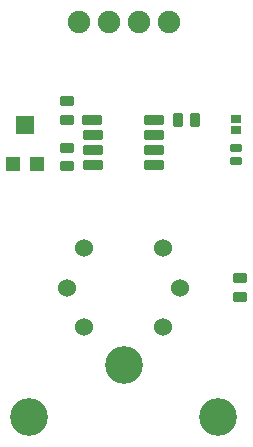
<source format=gbr>
%TF.GenerationSoftware,KiCad,Pcbnew,(5.99.0-11441-g1a5e63bcab)*%
%TF.CreationDate,2021-07-19T16:29:47+02:00*%
%TF.ProjectId,MQ Breakout,4d512042-7265-4616-9b6f-75742e6b6963,rev?*%
%TF.SameCoordinates,Original*%
%TF.FileFunction,Soldermask,Top*%
%TF.FilePolarity,Negative*%
%FSLAX46Y46*%
G04 Gerber Fmt 4.6, Leading zero omitted, Abs format (unit mm)*
G04 Created by KiCad (PCBNEW (5.99.0-11441-g1a5e63bcab)) date 2021-07-19 16:29:47*
%MOMM*%
%LPD*%
G01*
G04 APERTURE LIST*
G04 Aperture macros list*
%AMRoundRect*
0 Rectangle with rounded corners*
0 $1 Rounding radius*
0 $2 $3 $4 $5 $6 $7 $8 $9 X,Y pos of 4 corners*
0 Add a 4 corners polygon primitive as box body*
4,1,4,$2,$3,$4,$5,$6,$7,$8,$9,$2,$3,0*
0 Add four circle primitives for the rounded corners*
1,1,$1+$1,$2,$3*
1,1,$1+$1,$4,$5*
1,1,$1+$1,$6,$7*
1,1,$1+$1,$8,$9*
0 Add four rect primitives between the rounded corners*
20,1,$1+$1,$2,$3,$4,$5,0*
20,1,$1+$1,$4,$5,$6,$7,0*
20,1,$1+$1,$6,$7,$8,$9,0*
20,1,$1+$1,$8,$9,$2,$3,0*%
G04 Aperture macros list end*
%ADD10RoundRect,0.100000X0.500000X0.320000X-0.500000X0.320000X-0.500000X-0.320000X0.500000X-0.320000X0*%
%ADD11C,1.524000*%
%ADD12RoundRect,0.100000X-0.375000X-0.225000X0.375000X-0.225000X0.375000X0.225000X-0.375000X0.225000X0*%
%ADD13C,3.200000*%
%ADD14R,1.200000X1.200000*%
%ADD15R,1.600000X1.500000*%
%ADD16RoundRect,0.100000X0.500000X-0.330000X0.500000X0.330000X-0.500000X0.330000X-0.500000X-0.330000X0*%
%ADD17RoundRect,0.100000X-0.320000X-0.270000X0.320000X-0.270000X0.320000X0.270000X-0.320000X0.270000X0*%
%ADD18RoundRect,0.100000X0.330000X0.500000X-0.330000X0.500000X-0.330000X-0.500000X0.330000X-0.500000X0*%
%ADD19C,1.900000*%
%ADD20RoundRect,0.100000X-0.775000X-0.300000X0.775000X-0.300000X0.775000X0.300000X-0.775000X0.300000X0*%
G04 APERTURE END LIST*
D10*
%TO.C,R1*%
X111850000Y-115225000D03*
X111850000Y-116775000D03*
%TD*%
D11*
%TO.C,U1*%
X105358757Y-112641243D03*
X106750000Y-116000000D03*
X105358757Y-119358757D03*
X98641243Y-119358757D03*
X97250000Y-116000000D03*
X98641243Y-112641243D03*
%TD*%
D12*
%TO.C,D1*%
X111500000Y-105312500D03*
X111500000Y-104212500D03*
%TD*%
D13*
%TO.C,FD1*%
X102000000Y-122600000D03*
%TD*%
D14*
%TO.C,R2*%
X94650000Y-105500000D03*
D15*
X93650000Y-102250000D03*
D14*
X92650000Y-105500000D03*
%TD*%
D16*
%TO.C,C1*%
X97250000Y-104220000D03*
X97250000Y-105680000D03*
%TD*%
D13*
%TO.C,H2*%
X94000000Y-127000000D03*
%TD*%
D17*
%TO.C,R4*%
X111500000Y-102700000D03*
X111500000Y-101700000D03*
%TD*%
D13*
%TO.C,H1*%
X110000000Y-127000000D03*
%TD*%
D18*
%TO.C,C2*%
X106620000Y-101800000D03*
X108080000Y-101800000D03*
%TD*%
D19*
%TO.C,K1*%
X105810000Y-93500000D03*
X103270000Y-93500000D03*
X100730000Y-93500000D03*
X98190000Y-93500000D03*
%TD*%
D10*
%TO.C,R3*%
X97250000Y-100225000D03*
X97250000Y-101775000D03*
%TD*%
D20*
%TO.C,U2*%
X104600000Y-101795000D03*
X104600000Y-103065000D03*
X104600000Y-104335000D03*
X104600000Y-105605000D03*
X99400000Y-105605000D03*
X99400000Y-104335000D03*
X99400000Y-103065000D03*
X99300000Y-101795000D03*
%TD*%
M02*

</source>
